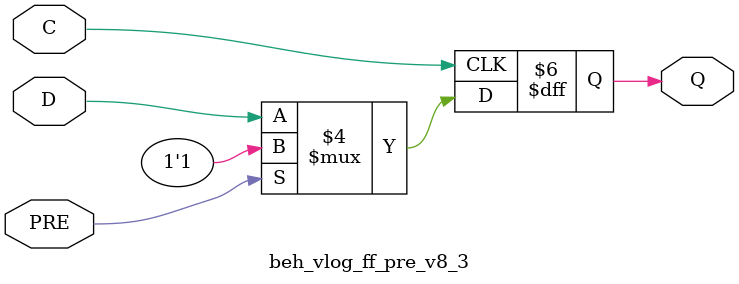
<source format=v>
module beh_vlog_ff_pre_v8_3 (Q, C, D, PRE);
  parameter INIT = 0;
localparam FLOP_DELAY = 100;
    output Q;
    input  C, D, PRE;
    reg Q;
    initial Q= 1'b0;
    always @(posedge C )
      if (PRE)
           Q <= 1'b1;
      else
	   Q <= #FLOP_DELAY D;
endmodule
</source>
